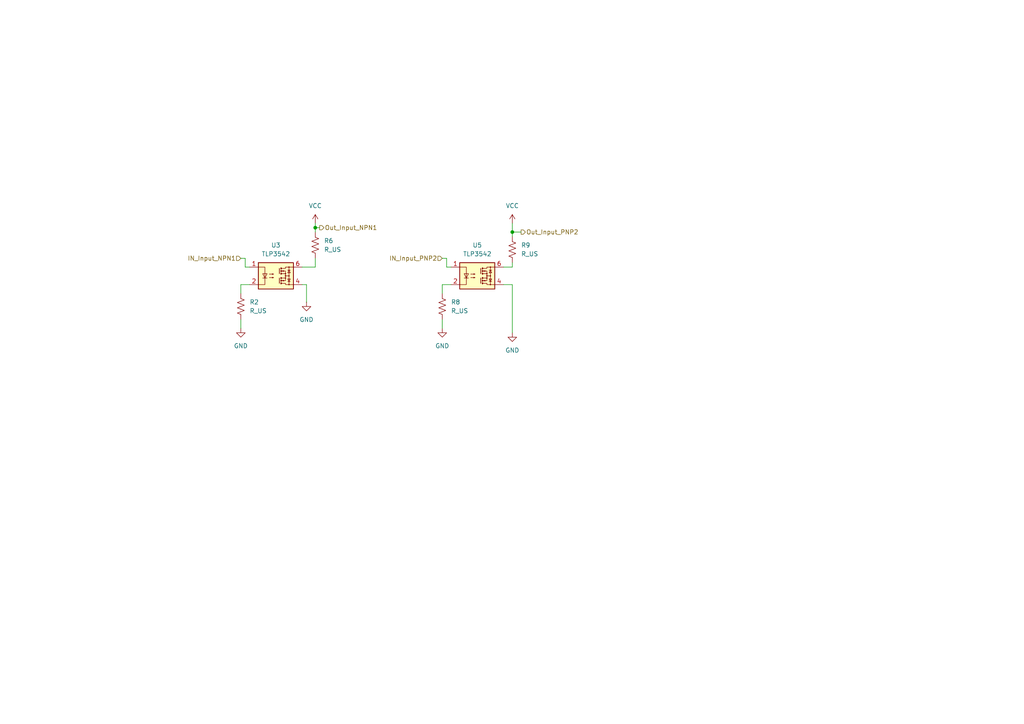
<source format=kicad_sch>
(kicad_sch
	(version 20231120)
	(generator "eeschema")
	(generator_version "8.0")
	(uuid "bb2dc4b7-d94f-44c4-99c4-95bd83d41661")
	(paper "A4")
	(lib_symbols
		(symbol "Device:R_US"
			(pin_numbers hide)
			(pin_names
				(offset 0)
			)
			(exclude_from_sim no)
			(in_bom yes)
			(on_board yes)
			(property "Reference" "R"
				(at 2.54 0 90)
				(effects
					(font
						(size 1.27 1.27)
					)
				)
			)
			(property "Value" "R_US"
				(at -2.54 0 90)
				(effects
					(font
						(size 1.27 1.27)
					)
				)
			)
			(property "Footprint" ""
				(at 1.016 -0.254 90)
				(effects
					(font
						(size 1.27 1.27)
					)
					(hide yes)
				)
			)
			(property "Datasheet" "~"
				(at 0 0 0)
				(effects
					(font
						(size 1.27 1.27)
					)
					(hide yes)
				)
			)
			(property "Description" "Resistor, US symbol"
				(at 0 0 0)
				(effects
					(font
						(size 1.27 1.27)
					)
					(hide yes)
				)
			)
			(property "ki_keywords" "R res resistor"
				(at 0 0 0)
				(effects
					(font
						(size 1.27 1.27)
					)
					(hide yes)
				)
			)
			(property "ki_fp_filters" "R_*"
				(at 0 0 0)
				(effects
					(font
						(size 1.27 1.27)
					)
					(hide yes)
				)
			)
			(symbol "R_US_0_1"
				(polyline
					(pts
						(xy 0 -2.286) (xy 0 -2.54)
					)
					(stroke
						(width 0)
						(type default)
					)
					(fill
						(type none)
					)
				)
				(polyline
					(pts
						(xy 0 2.286) (xy 0 2.54)
					)
					(stroke
						(width 0)
						(type default)
					)
					(fill
						(type none)
					)
				)
				(polyline
					(pts
						(xy 0 -0.762) (xy 1.016 -1.143) (xy 0 -1.524) (xy -1.016 -1.905) (xy 0 -2.286)
					)
					(stroke
						(width 0)
						(type default)
					)
					(fill
						(type none)
					)
				)
				(polyline
					(pts
						(xy 0 0.762) (xy 1.016 0.381) (xy 0 0) (xy -1.016 -0.381) (xy 0 -0.762)
					)
					(stroke
						(width 0)
						(type default)
					)
					(fill
						(type none)
					)
				)
				(polyline
					(pts
						(xy 0 2.286) (xy 1.016 1.905) (xy 0 1.524) (xy -1.016 1.143) (xy 0 0.762)
					)
					(stroke
						(width 0)
						(type default)
					)
					(fill
						(type none)
					)
				)
			)
			(symbol "R_US_1_1"
				(pin passive line
					(at 0 3.81 270)
					(length 1.27)
					(name "~"
						(effects
							(font
								(size 1.27 1.27)
							)
						)
					)
					(number "1"
						(effects
							(font
								(size 1.27 1.27)
							)
						)
					)
				)
				(pin passive line
					(at 0 -3.81 90)
					(length 1.27)
					(name "~"
						(effects
							(font
								(size 1.27 1.27)
							)
						)
					)
					(number "2"
						(effects
							(font
								(size 1.27 1.27)
							)
						)
					)
				)
			)
		)
		(symbol "Relay_SolidState:TLP3542"
			(exclude_from_sim no)
			(in_bom yes)
			(on_board yes)
			(property "Reference" "U"
				(at -3.81 5.08 0)
				(effects
					(font
						(size 1.27 1.27)
					)
				)
			)
			(property "Value" "TLP3542"
				(at -1.27 -5.08 0)
				(effects
					(font
						(size 1.27 1.27)
					)
				)
			)
			(property "Footprint" "Package_DIP:DIP-5-6_W7.62mm"
				(at 0 -7.62 0)
				(effects
					(font
						(size 1.27 1.27)
					)
					(hide yes)
				)
			)
			(property "Datasheet" "https://toshiba.semicon-storage.com/info/docget.jsp?did=1284&prodName=TLP3542"
				(at 0 0 0)
				(effects
					(font
						(size 1.27 1.27)
					)
					(hide yes)
				)
			)
			(property "Description" "Photo MOSFET optically coupled, ON 4A, 50mohm, OFF state 20V, Isolation 2500 VRMS, DIP-5-6"
				(at 0 0 0)
				(effects
					(font
						(size 1.27 1.27)
					)
					(hide yes)
				)
			)
			(property "ki_keywords" "photocouplers photorelay solidstate relay normally opened (1-Form-A)"
				(at 0 0 0)
				(effects
					(font
						(size 1.27 1.27)
					)
					(hide yes)
				)
			)
			(property "ki_fp_filters" "DIP*W7.62mm*"
				(at 0 0 0)
				(effects
					(font
						(size 1.27 1.27)
					)
					(hide yes)
				)
			)
			(symbol "TLP3542_0_1"
				(rectangle
					(start -5.08 3.81)
					(end 5.08 -3.81)
					(stroke
						(width 0.254)
						(type default)
					)
					(fill
						(type background)
					)
				)
				(polyline
					(pts
						(xy -3.81 -0.635) (xy -2.54 -0.635)
					)
					(stroke
						(width 0)
						(type default)
					)
					(fill
						(type none)
					)
				)
				(polyline
					(pts
						(xy 1.016 -0.635) (xy 1.016 -2.159)
					)
					(stroke
						(width 0.2032)
						(type default)
					)
					(fill
						(type none)
					)
				)
				(polyline
					(pts
						(xy 1.016 2.159) (xy 1.016 0.635)
					)
					(stroke
						(width 0.2032)
						(type default)
					)
					(fill
						(type none)
					)
				)
				(polyline
					(pts
						(xy 1.524 -0.508) (xy 1.524 -0.762)
					)
					(stroke
						(width 0.3556)
						(type default)
					)
					(fill
						(type none)
					)
				)
				(polyline
					(pts
						(xy 2.794 0) (xy 3.81 0)
					)
					(stroke
						(width 0)
						(type default)
					)
					(fill
						(type none)
					)
				)
				(polyline
					(pts
						(xy 3.429 -1.651) (xy 4.191 -1.651)
					)
					(stroke
						(width 0)
						(type default)
					)
					(fill
						(type none)
					)
				)
				(polyline
					(pts
						(xy 3.429 1.651) (xy 4.191 1.651)
					)
					(stroke
						(width 0)
						(type default)
					)
					(fill
						(type none)
					)
				)
				(polyline
					(pts
						(xy 3.81 -2.54) (xy 3.81 2.54)
					)
					(stroke
						(width 0)
						(type default)
					)
					(fill
						(type none)
					)
				)
				(polyline
					(pts
						(xy 1.524 -2.032) (xy 1.524 -2.286) (xy 1.524 -2.286)
					)
					(stroke
						(width 0.3556)
						(type default)
					)
					(fill
						(type none)
					)
				)
				(polyline
					(pts
						(xy 1.524 -1.27) (xy 1.524 -1.524) (xy 1.524 -1.524)
					)
					(stroke
						(width 0.3556)
						(type default)
					)
					(fill
						(type none)
					)
				)
				(polyline
					(pts
						(xy 1.524 0.762) (xy 1.524 0.508) (xy 1.524 0.508)
					)
					(stroke
						(width 0.3556)
						(type default)
					)
					(fill
						(type none)
					)
				)
				(polyline
					(pts
						(xy 1.524 1.524) (xy 1.524 1.27) (xy 1.524 1.27)
					)
					(stroke
						(width 0.3556)
						(type default)
					)
					(fill
						(type none)
					)
				)
				(polyline
					(pts
						(xy 1.524 2.286) (xy 1.524 2.032) (xy 1.524 2.032)
					)
					(stroke
						(width 0.3556)
						(type default)
					)
					(fill
						(type none)
					)
				)
				(polyline
					(pts
						(xy 1.651 -1.397) (xy 2.794 -1.397) (xy 2.794 -0.635)
					)
					(stroke
						(width 0)
						(type default)
					)
					(fill
						(type none)
					)
				)
				(polyline
					(pts
						(xy 1.651 1.397) (xy 2.794 1.397) (xy 2.794 0.635)
					)
					(stroke
						(width 0)
						(type default)
					)
					(fill
						(type none)
					)
				)
				(polyline
					(pts
						(xy -5.08 2.54) (xy -3.175 2.54) (xy -3.175 -2.54) (xy -5.08 -2.54)
					)
					(stroke
						(width 0)
						(type default)
					)
					(fill
						(type none)
					)
				)
				(polyline
					(pts
						(xy -3.175 -0.635) (xy -3.81 0.635) (xy -2.54 0.635) (xy -3.175 -0.635)
					)
					(stroke
						(width 0)
						(type default)
					)
					(fill
						(type none)
					)
				)
				(polyline
					(pts
						(xy 1.651 -2.159) (xy 2.794 -2.159) (xy 2.794 -2.54) (xy 5.08 -2.54)
					)
					(stroke
						(width 0)
						(type default)
					)
					(fill
						(type none)
					)
				)
				(polyline
					(pts
						(xy 1.651 -0.635) (xy 2.794 -0.635) (xy 2.794 0.635) (xy 1.651 0.635)
					)
					(stroke
						(width 0)
						(type default)
					)
					(fill
						(type none)
					)
				)
				(polyline
					(pts
						(xy 1.651 2.159) (xy 2.794 2.159) (xy 2.794 2.54) (xy 5.08 2.54)
					)
					(stroke
						(width 0)
						(type default)
					)
					(fill
						(type none)
					)
				)
				(polyline
					(pts
						(xy 1.778 -1.397) (xy 2.286 -1.27) (xy 2.286 -1.524) (xy 1.778 -1.397)
					)
					(stroke
						(width 0)
						(type default)
					)
					(fill
						(type none)
					)
				)
				(polyline
					(pts
						(xy 1.778 1.397) (xy 2.286 1.524) (xy 2.286 1.27) (xy 1.778 1.397)
					)
					(stroke
						(width 0)
						(type default)
					)
					(fill
						(type none)
					)
				)
				(polyline
					(pts
						(xy 3.81 -1.651) (xy 3.429 -0.889) (xy 4.191 -0.889) (xy 3.81 -1.651)
					)
					(stroke
						(width 0)
						(type default)
					)
					(fill
						(type none)
					)
				)
				(polyline
					(pts
						(xy 3.81 1.651) (xy 3.429 0.889) (xy 4.191 0.889) (xy 3.81 1.651)
					)
					(stroke
						(width 0)
						(type default)
					)
					(fill
						(type none)
					)
				)
				(polyline
					(pts
						(xy -1.905 -0.508) (xy -0.635 -0.508) (xy -1.016 -0.635) (xy -1.016 -0.381) (xy -0.635 -0.508)
					)
					(stroke
						(width 0)
						(type default)
					)
					(fill
						(type none)
					)
				)
				(polyline
					(pts
						(xy -1.905 0.508) (xy -0.635 0.508) (xy -1.016 0.381) (xy -1.016 0.635) (xy -0.635 0.508)
					)
					(stroke
						(width 0)
						(type default)
					)
					(fill
						(type none)
					)
				)
				(circle
					(center 2.794 -0.635)
					(radius 0.127)
					(stroke
						(width 0)
						(type default)
					)
					(fill
						(type none)
					)
				)
				(circle
					(center 2.794 0)
					(radius 0.127)
					(stroke
						(width 0)
						(type default)
					)
					(fill
						(type none)
					)
				)
				(circle
					(center 2.794 0.635)
					(radius 0.127)
					(stroke
						(width 0)
						(type default)
					)
					(fill
						(type none)
					)
				)
				(circle
					(center 3.81 -2.54)
					(radius 0.127)
					(stroke
						(width 0)
						(type default)
					)
					(fill
						(type none)
					)
				)
				(circle
					(center 3.81 0)
					(radius 0.127)
					(stroke
						(width 0)
						(type default)
					)
					(fill
						(type none)
					)
				)
				(circle
					(center 3.81 2.54)
					(radius 0.127)
					(stroke
						(width 0)
						(type default)
					)
					(fill
						(type none)
					)
				)
			)
			(symbol "TLP3542_1_1"
				(pin passive line
					(at -7.62 2.54 0)
					(length 2.54)
					(name "~"
						(effects
							(font
								(size 1.27 1.27)
							)
						)
					)
					(number "1"
						(effects
							(font
								(size 1.27 1.27)
							)
						)
					)
				)
				(pin passive line
					(at -7.62 -2.54 0)
					(length 2.54)
					(name "~"
						(effects
							(font
								(size 1.27 1.27)
							)
						)
					)
					(number "2"
						(effects
							(font
								(size 1.27 1.27)
							)
						)
					)
				)
				(pin no_connect line
					(at -5.08 0 0)
					(length 2.54) hide
					(name "~"
						(effects
							(font
								(size 1.27 1.27)
							)
						)
					)
					(number "3"
						(effects
							(font
								(size 1.27 1.27)
							)
						)
					)
				)
				(pin passive line
					(at 7.62 -2.54 180)
					(length 2.54)
					(name "~"
						(effects
							(font
								(size 1.27 1.27)
							)
						)
					)
					(number "4"
						(effects
							(font
								(size 1.27 1.27)
							)
						)
					)
				)
				(pin passive line
					(at 7.62 2.54 180)
					(length 2.54)
					(name "~"
						(effects
							(font
								(size 1.27 1.27)
							)
						)
					)
					(number "6"
						(effects
							(font
								(size 1.27 1.27)
							)
						)
					)
				)
			)
		)
		(symbol "power:GND"
			(power)
			(pin_numbers hide)
			(pin_names
				(offset 0) hide)
			(exclude_from_sim no)
			(in_bom yes)
			(on_board yes)
			(property "Reference" "#PWR"
				(at 0 -6.35 0)
				(effects
					(font
						(size 1.27 1.27)
					)
					(hide yes)
				)
			)
			(property "Value" "GND"
				(at 0 -3.81 0)
				(effects
					(font
						(size 1.27 1.27)
					)
				)
			)
			(property "Footprint" ""
				(at 0 0 0)
				(effects
					(font
						(size 1.27 1.27)
					)
					(hide yes)
				)
			)
			(property "Datasheet" ""
				(at 0 0 0)
				(effects
					(font
						(size 1.27 1.27)
					)
					(hide yes)
				)
			)
			(property "Description" "Power symbol creates a global label with name \"GND\" , ground"
				(at 0 0 0)
				(effects
					(font
						(size 1.27 1.27)
					)
					(hide yes)
				)
			)
			(property "ki_keywords" "global power"
				(at 0 0 0)
				(effects
					(font
						(size 1.27 1.27)
					)
					(hide yes)
				)
			)
			(symbol "GND_0_1"
				(polyline
					(pts
						(xy 0 0) (xy 0 -1.27) (xy 1.27 -1.27) (xy 0 -2.54) (xy -1.27 -1.27) (xy 0 -1.27)
					)
					(stroke
						(width 0)
						(type default)
					)
					(fill
						(type none)
					)
				)
			)
			(symbol "GND_1_1"
				(pin power_in line
					(at 0 0 270)
					(length 0)
					(name "~"
						(effects
							(font
								(size 1.27 1.27)
							)
						)
					)
					(number "1"
						(effects
							(font
								(size 1.27 1.27)
							)
						)
					)
				)
			)
		)
		(symbol "power:VCC"
			(power)
			(pin_numbers hide)
			(pin_names
				(offset 0) hide)
			(exclude_from_sim no)
			(in_bom yes)
			(on_board yes)
			(property "Reference" "#PWR"
				(at 0 -3.81 0)
				(effects
					(font
						(size 1.27 1.27)
					)
					(hide yes)
				)
			)
			(property "Value" "VCC"
				(at 0 3.556 0)
				(effects
					(font
						(size 1.27 1.27)
					)
				)
			)
			(property "Footprint" ""
				(at 0 0 0)
				(effects
					(font
						(size 1.27 1.27)
					)
					(hide yes)
				)
			)
			(property "Datasheet" ""
				(at 0 0 0)
				(effects
					(font
						(size 1.27 1.27)
					)
					(hide yes)
				)
			)
			(property "Description" "Power symbol creates a global label with name \"VCC\""
				(at 0 0 0)
				(effects
					(font
						(size 1.27 1.27)
					)
					(hide yes)
				)
			)
			(property "ki_keywords" "global power"
				(at 0 0 0)
				(effects
					(font
						(size 1.27 1.27)
					)
					(hide yes)
				)
			)
			(symbol "VCC_0_1"
				(polyline
					(pts
						(xy -0.762 1.27) (xy 0 2.54)
					)
					(stroke
						(width 0)
						(type default)
					)
					(fill
						(type none)
					)
				)
				(polyline
					(pts
						(xy 0 0) (xy 0 2.54)
					)
					(stroke
						(width 0)
						(type default)
					)
					(fill
						(type none)
					)
				)
				(polyline
					(pts
						(xy 0 2.54) (xy 0.762 1.27)
					)
					(stroke
						(width 0)
						(type default)
					)
					(fill
						(type none)
					)
				)
			)
			(symbol "VCC_1_1"
				(pin power_in line
					(at 0 0 90)
					(length 0)
					(name "~"
						(effects
							(font
								(size 1.27 1.27)
							)
						)
					)
					(number "1"
						(effects
							(font
								(size 1.27 1.27)
							)
						)
					)
				)
			)
		)
	)
	(junction
		(at 91.44 66.04)
		(diameter 0)
		(color 0 0 0 0)
		(uuid "be7f3d8e-6b67-4150-9ede-04c77fca692c")
	)
	(junction
		(at 148.59 67.31)
		(diameter 0)
		(color 0 0 0 0)
		(uuid "ce2bd740-d92f-4d54-96f8-0f89e0d90aff")
	)
	(wire
		(pts
			(xy 71.12 74.93) (xy 69.85 74.93)
		)
		(stroke
			(width 0)
			(type default)
		)
		(uuid "102758a7-27ff-4864-bd9f-4ae0a2c1cd49")
	)
	(wire
		(pts
			(xy 69.85 82.55) (xy 69.85 85.09)
		)
		(stroke
			(width 0)
			(type default)
		)
		(uuid "13185c5d-4b4d-49a2-b657-e2e73eacbe07")
	)
	(wire
		(pts
			(xy 71.12 77.47) (xy 72.39 77.47)
		)
		(stroke
			(width 0)
			(type default)
		)
		(uuid "16b10f1d-858b-47dc-91d7-55296b246a88")
	)
	(wire
		(pts
			(xy 151.13 67.31) (xy 148.59 67.31)
		)
		(stroke
			(width 0)
			(type default)
		)
		(uuid "1ff16976-a5ef-4ad4-b7d0-f014f7aa2042")
	)
	(wire
		(pts
			(xy 130.81 82.55) (xy 128.27 82.55)
		)
		(stroke
			(width 0)
			(type default)
		)
		(uuid "21874ff7-7395-4542-b312-6b76e4d82232")
	)
	(wire
		(pts
			(xy 129.54 77.47) (xy 129.54 74.93)
		)
		(stroke
			(width 0)
			(type default)
		)
		(uuid "32bc9635-8ede-4958-9aca-d9dba23cade2")
	)
	(wire
		(pts
			(xy 88.9 82.55) (xy 88.9 87.63)
		)
		(stroke
			(width 0)
			(type default)
		)
		(uuid "33f72687-848d-4ec0-a514-d95e4dc44f04")
	)
	(wire
		(pts
			(xy 148.59 67.31) (xy 148.59 68.58)
		)
		(stroke
			(width 0)
			(type default)
		)
		(uuid "4689ca71-e578-486a-8786-a38edc296048")
	)
	(wire
		(pts
			(xy 91.44 64.77) (xy 91.44 66.04)
		)
		(stroke
			(width 0)
			(type default)
		)
		(uuid "49441dfb-c895-4483-816f-de9ce25a25d3")
	)
	(wire
		(pts
			(xy 88.9 82.55) (xy 87.63 82.55)
		)
		(stroke
			(width 0)
			(type default)
		)
		(uuid "5153325c-7e32-43ce-838b-9698f184ee0a")
	)
	(wire
		(pts
			(xy 71.12 77.47) (xy 71.12 74.93)
		)
		(stroke
			(width 0)
			(type default)
		)
		(uuid "5550796b-1ea2-42ba-8a2c-25d1f5c61e8f")
	)
	(wire
		(pts
			(xy 146.05 77.47) (xy 148.59 77.47)
		)
		(stroke
			(width 0)
			(type default)
		)
		(uuid "5628000a-a1e5-4ad6-aa6c-fe60292272b8")
	)
	(wire
		(pts
			(xy 91.44 66.04) (xy 91.44 67.31)
		)
		(stroke
			(width 0)
			(type default)
		)
		(uuid "5bf6bf9f-03bd-4a10-b103-8beafaca12b6")
	)
	(wire
		(pts
			(xy 91.44 77.47) (xy 87.63 77.47)
		)
		(stroke
			(width 0)
			(type default)
		)
		(uuid "60a73ac9-d264-4b06-b2f3-bcb74e877340")
	)
	(wire
		(pts
			(xy 72.39 82.55) (xy 69.85 82.55)
		)
		(stroke
			(width 0)
			(type default)
		)
		(uuid "71a1c430-e320-49eb-8327-cc319a9379cb")
	)
	(wire
		(pts
			(xy 148.59 82.55) (xy 146.05 82.55)
		)
		(stroke
			(width 0)
			(type default)
		)
		(uuid "7bd0909e-f388-4e0c-beb5-f65796af69fc")
	)
	(wire
		(pts
			(xy 69.85 92.71) (xy 69.85 95.25)
		)
		(stroke
			(width 0)
			(type default)
		)
		(uuid "8f3e18f3-77f3-448f-a597-198e08f0e829")
	)
	(wire
		(pts
			(xy 128.27 82.55) (xy 128.27 85.09)
		)
		(stroke
			(width 0)
			(type default)
		)
		(uuid "9300817b-ee2d-4450-9113-4e883dbbc7ce")
	)
	(wire
		(pts
			(xy 148.59 64.77) (xy 148.59 67.31)
		)
		(stroke
			(width 0)
			(type default)
		)
		(uuid "b4e7392e-0f4d-4dc9-88f7-57ace92724f4")
	)
	(wire
		(pts
			(xy 128.27 92.71) (xy 128.27 95.25)
		)
		(stroke
			(width 0)
			(type default)
		)
		(uuid "ba818669-4d5a-460d-b7cc-7ab4f0f41504")
	)
	(wire
		(pts
			(xy 148.59 77.47) (xy 148.59 76.2)
		)
		(stroke
			(width 0)
			(type default)
		)
		(uuid "c96a21bd-ed95-4560-aca3-2f0d251b5b46")
	)
	(wire
		(pts
			(xy 148.59 82.55) (xy 148.59 96.52)
		)
		(stroke
			(width 0)
			(type default)
		)
		(uuid "cfb175c0-840a-4107-9435-9e2760f69c6f")
	)
	(wire
		(pts
			(xy 129.54 74.93) (xy 128.27 74.93)
		)
		(stroke
			(width 0)
			(type default)
		)
		(uuid "cfcaf1dc-8ffa-46fb-a4bf-de02375e78d3")
	)
	(wire
		(pts
			(xy 129.54 77.47) (xy 130.81 77.47)
		)
		(stroke
			(width 0)
			(type default)
		)
		(uuid "d1c311e3-f36c-4efe-a170-6a19ca055a9b")
	)
	(wire
		(pts
			(xy 91.44 74.93) (xy 91.44 77.47)
		)
		(stroke
			(width 0)
			(type default)
		)
		(uuid "e44cfa3e-ba58-4074-8891-372ec2c6c618")
	)
	(wire
		(pts
			(xy 91.44 66.04) (xy 92.71 66.04)
		)
		(stroke
			(width 0)
			(type default)
		)
		(uuid "f01572ec-f9e5-4b3d-8e4b-edd93faed5bf")
	)
	(hierarchical_label "IN_Input_NPN1"
		(shape input)
		(at 69.85 74.93 180)
		(fields_autoplaced yes)
		(effects
			(font
				(size 1.27 1.27)
			)
			(justify right)
		)
		(uuid "41f4fb3e-e292-4664-b9d0-b37ff94cfec6")
	)
	(hierarchical_label "Out_Input_NPN1"
		(shape output)
		(at 92.71 66.04 0)
		(fields_autoplaced yes)
		(effects
			(font
				(size 1.27 1.27)
			)
			(justify left)
		)
		(uuid "55b95fc3-1382-4b10-870c-c169f2ea215b")
	)
	(hierarchical_label "Out_Input_PNP2"
		(shape output)
		(at 151.13 67.31 0)
		(fields_autoplaced yes)
		(effects
			(font
				(size 1.27 1.27)
			)
			(justify left)
		)
		(uuid "891dca57-4614-4c93-8fd6-7a4c07b8eb1e")
	)
	(hierarchical_label "IN_Input_PNP2"
		(shape input)
		(at 128.27 74.93 180)
		(fields_autoplaced yes)
		(effects
			(font
				(size 1.27 1.27)
			)
			(justify right)
		)
		(uuid "fe4d4366-24c0-4fc1-b599-33eda9e9a404")
	)
	(symbol
		(lib_id "power:GND")
		(at 128.27 95.25 0)
		(unit 1)
		(exclude_from_sim no)
		(in_bom yes)
		(on_board yes)
		(dnp no)
		(fields_autoplaced yes)
		(uuid "2e877132-9c4c-421b-ba92-333bc23eda31")
		(property "Reference" "#PWR024"
			(at 128.27 101.6 0)
			(effects
				(font
					(size 1.27 1.27)
				)
				(hide yes)
			)
		)
		(property "Value" "GND"
			(at 128.27 100.33 0)
			(effects
				(font
					(size 1.27 1.27)
				)
			)
		)
		(property "Footprint" ""
			(at 128.27 95.25 0)
			(effects
				(font
					(size 1.27 1.27)
				)
				(hide yes)
			)
		)
		(property "Datasheet" ""
			(at 128.27 95.25 0)
			(effects
				(font
					(size 1.27 1.27)
				)
				(hide yes)
			)
		)
		(property "Description" "Power symbol creates a global label with name \"GND\" , ground"
			(at 128.27 95.25 0)
			(effects
				(font
					(size 1.27 1.27)
				)
				(hide yes)
			)
		)
		(pin "1"
			(uuid "8272a025-0c4e-47a8-a99f-eb671c4f55f1")
		)
		(instances
			(project "ZorionX-Nivara"
				(path "/ae5c9891-8291-492e-8a61-8ac340267b67/d47eca49-96e4-4138-8979-47bb60019f67/adb5ea1a-f543-41dd-85af-e4ecb7e623bb"
					(reference "#PWR024")
					(unit 1)
				)
			)
		)
	)
	(symbol
		(lib_id "power:VCC")
		(at 148.59 64.77 0)
		(unit 1)
		(exclude_from_sim no)
		(in_bom yes)
		(on_board yes)
		(dnp no)
		(fields_autoplaced yes)
		(uuid "5505b87f-c946-4e14-9406-1c5f25ebb3cd")
		(property "Reference" "#PWR035"
			(at 148.59 68.58 0)
			(effects
				(font
					(size 1.27 1.27)
				)
				(hide yes)
			)
		)
		(property "Value" "VCC"
			(at 148.59 59.69 0)
			(effects
				(font
					(size 1.27 1.27)
				)
			)
		)
		(property "Footprint" ""
			(at 148.59 64.77 0)
			(effects
				(font
					(size 1.27 1.27)
				)
				(hide yes)
			)
		)
		(property "Datasheet" ""
			(at 148.59 64.77 0)
			(effects
				(font
					(size 1.27 1.27)
				)
				(hide yes)
			)
		)
		(property "Description" "Power symbol creates a global label with name \"VCC\""
			(at 148.59 64.77 0)
			(effects
				(font
					(size 1.27 1.27)
				)
				(hide yes)
			)
		)
		(pin "1"
			(uuid "d8806ce4-4172-4f4a-8765-a2399120f08e")
		)
		(instances
			(project "ZorionX-Nivara"
				(path "/ae5c9891-8291-492e-8a61-8ac340267b67/d47eca49-96e4-4138-8979-47bb60019f67/adb5ea1a-f543-41dd-85af-e4ecb7e623bb"
					(reference "#PWR035")
					(unit 1)
				)
			)
		)
	)
	(symbol
		(lib_id "Relay_SolidState:TLP3542")
		(at 80.01 80.01 0)
		(unit 1)
		(exclude_from_sim no)
		(in_bom yes)
		(on_board yes)
		(dnp no)
		(fields_autoplaced yes)
		(uuid "7978373c-a378-4ec7-94aa-4625240f0bd8")
		(property "Reference" "U3"
			(at 80.01 71.12 0)
			(effects
				(font
					(size 1.27 1.27)
				)
			)
		)
		(property "Value" "TLP3542"
			(at 80.01 73.66 0)
			(effects
				(font
					(size 1.27 1.27)
				)
			)
		)
		(property "Footprint" "Package_SO:SOP-4_3.8x4.1mm_P2.54mm"
			(at 80.01 87.63 0)
			(effects
				(font
					(size 1.27 1.27)
				)
				(hide yes)
			)
		)
		(property "Datasheet" "https://toshiba.semicon-storage.com/info/docget.jsp?did=1284&prodName=TLP3542"
			(at 80.01 80.01 0)
			(effects
				(font
					(size 1.27 1.27)
				)
				(hide yes)
			)
		)
		(property "Description" "Photo MOSFET optically coupled, ON 4A, 50mohm, OFF state 20V, Isolation 2500 VRMS, DIP-5-6"
			(at 80.01 80.01 0)
			(effects
				(font
					(size 1.27 1.27)
				)
				(hide yes)
			)
		)
		(pin "3"
			(uuid "699f43bf-5381-4988-b49b-8a9aadf6094b")
		)
		(pin "2"
			(uuid "e915b237-a1a7-41de-991c-491482f7a9b3")
		)
		(pin "4"
			(uuid "5c643b8f-ae12-4842-ac8b-00d5cf66e5cb")
		)
		(pin "6"
			(uuid "e7cb8835-647d-47ae-8b40-cb83f87003fc")
		)
		(pin "1"
			(uuid "279d0d88-baba-4a75-a07b-e57e37ea4036")
		)
		(instances
			(project "ZorionX-Nivara"
				(path "/ae5c9891-8291-492e-8a61-8ac340267b67/d47eca49-96e4-4138-8979-47bb60019f67/adb5ea1a-f543-41dd-85af-e4ecb7e623bb"
					(reference "U3")
					(unit 1)
				)
			)
		)
	)
	(symbol
		(lib_id "Device:R_US")
		(at 91.44 71.12 0)
		(unit 1)
		(exclude_from_sim no)
		(in_bom yes)
		(on_board yes)
		(dnp no)
		(fields_autoplaced yes)
		(uuid "7bc751a6-95d5-4bee-8f6f-57f36e6535a0")
		(property "Reference" "R6"
			(at 93.98 69.8499 0)
			(effects
				(font
					(size 1.27 1.27)
				)
				(justify left)
			)
		)
		(property "Value" "R_US"
			(at 93.98 72.3899 0)
			(effects
				(font
					(size 1.27 1.27)
				)
				(justify left)
			)
		)
		(property "Footprint" "Resistor_SMD:R_0603_1608Metric"
			(at 92.456 71.374 90)
			(effects
				(font
					(size 1.27 1.27)
				)
				(hide yes)
			)
		)
		(property "Datasheet" "~"
			(at 91.44 71.12 0)
			(effects
				(font
					(size 1.27 1.27)
				)
				(hide yes)
			)
		)
		(property "Description" "Resistor, US symbol"
			(at 91.44 71.12 0)
			(effects
				(font
					(size 1.27 1.27)
				)
				(hide yes)
			)
		)
		(pin "2"
			(uuid "f91920f6-741e-485c-8fff-8e2ecda26b29")
		)
		(pin "1"
			(uuid "37c5aaa0-2997-41f0-98e9-76613d5766d8")
		)
		(instances
			(project "ZorionX-Nivara"
				(path "/ae5c9891-8291-492e-8a61-8ac340267b67/d47eca49-96e4-4138-8979-47bb60019f67/adb5ea1a-f543-41dd-85af-e4ecb7e623bb"
					(reference "R6")
					(unit 1)
				)
			)
		)
	)
	(symbol
		(lib_id "Device:R_US")
		(at 128.27 88.9 0)
		(unit 1)
		(exclude_from_sim no)
		(in_bom yes)
		(on_board yes)
		(dnp no)
		(fields_autoplaced yes)
		(uuid "9ee94c7f-0a2c-4169-9567-6d869f51bc68")
		(property "Reference" "R8"
			(at 130.81 87.6299 0)
			(effects
				(font
					(size 1.27 1.27)
				)
				(justify left)
			)
		)
		(property "Value" "R_US"
			(at 130.81 90.1699 0)
			(effects
				(font
					(size 1.27 1.27)
				)
				(justify left)
			)
		)
		(property "Footprint" "Resistor_SMD:R_0603_1608Metric"
			(at 129.286 89.154 90)
			(effects
				(font
					(size 1.27 1.27)
				)
				(hide yes)
			)
		)
		(property "Datasheet" "~"
			(at 128.27 88.9 0)
			(effects
				(font
					(size 1.27 1.27)
				)
				(hide yes)
			)
		)
		(property "Description" "Resistor, US symbol"
			(at 128.27 88.9 0)
			(effects
				(font
					(size 1.27 1.27)
				)
				(hide yes)
			)
		)
		(pin "2"
			(uuid "5737b8ee-c563-486d-96f8-adcb24356f4c")
		)
		(pin "1"
			(uuid "37e423dc-8979-4d8e-a8f1-fec32deec21f")
		)
		(instances
			(project "ZorionX-Nivara"
				(path "/ae5c9891-8291-492e-8a61-8ac340267b67/d47eca49-96e4-4138-8979-47bb60019f67/adb5ea1a-f543-41dd-85af-e4ecb7e623bb"
					(reference "R8")
					(unit 1)
				)
			)
		)
	)
	(symbol
		(lib_id "power:GND")
		(at 148.59 96.52 0)
		(unit 1)
		(exclude_from_sim no)
		(in_bom yes)
		(on_board yes)
		(dnp no)
		(fields_autoplaced yes)
		(uuid "bc83b2a4-09d8-4494-88a9-c7ad20befa84")
		(property "Reference" "#PWR034"
			(at 148.59 102.87 0)
			(effects
				(font
					(size 1.27 1.27)
				)
				(hide yes)
			)
		)
		(property "Value" "GND"
			(at 148.59 101.6 0)
			(effects
				(font
					(size 1.27 1.27)
				)
			)
		)
		(property "Footprint" ""
			(at 148.59 96.52 0)
			(effects
				(font
					(size 1.27 1.27)
				)
				(hide yes)
			)
		)
		(property "Datasheet" ""
			(at 148.59 96.52 0)
			(effects
				(font
					(size 1.27 1.27)
				)
				(hide yes)
			)
		)
		(property "Description" "Power symbol creates a global label with name \"GND\" , ground"
			(at 148.59 96.52 0)
			(effects
				(font
					(size 1.27 1.27)
				)
				(hide yes)
			)
		)
		(pin "1"
			(uuid "4613f01d-00e8-45b2-95db-b7948e5e86eb")
		)
		(instances
			(project "ZorionX-Nivara"
				(path "/ae5c9891-8291-492e-8a61-8ac340267b67/d47eca49-96e4-4138-8979-47bb60019f67/adb5ea1a-f543-41dd-85af-e4ecb7e623bb"
					(reference "#PWR034")
					(unit 1)
				)
			)
		)
	)
	(symbol
		(lib_id "power:VCC")
		(at 91.44 64.77 0)
		(unit 1)
		(exclude_from_sim no)
		(in_bom yes)
		(on_board yes)
		(dnp no)
		(fields_autoplaced yes)
		(uuid "c550c9d5-bf50-4711-866f-3d17ac95050f")
		(property "Reference" "#PWR022"
			(at 91.44 68.58 0)
			(effects
				(font
					(size 1.27 1.27)
				)
				(hide yes)
			)
		)
		(property "Value" "VCC"
			(at 91.44 59.69 0)
			(effects
				(font
					(size 1.27 1.27)
				)
			)
		)
		(property "Footprint" ""
			(at 91.44 64.77 0)
			(effects
				(font
					(size 1.27 1.27)
				)
				(hide yes)
			)
		)
		(property "Datasheet" ""
			(at 91.44 64.77 0)
			(effects
				(font
					(size 1.27 1.27)
				)
				(hide yes)
			)
		)
		(property "Description" "Power symbol creates a global label with name \"VCC\""
			(at 91.44 64.77 0)
			(effects
				(font
					(size 1.27 1.27)
				)
				(hide yes)
			)
		)
		(pin "1"
			(uuid "85760fd9-4ab3-42db-923a-6af010b4ee28")
		)
		(instances
			(project "ZorionX-Nivara"
				(path "/ae5c9891-8291-492e-8a61-8ac340267b67/d47eca49-96e4-4138-8979-47bb60019f67/adb5ea1a-f543-41dd-85af-e4ecb7e623bb"
					(reference "#PWR022")
					(unit 1)
				)
			)
		)
	)
	(symbol
		(lib_id "Device:R_US")
		(at 69.85 88.9 0)
		(unit 1)
		(exclude_from_sim no)
		(in_bom yes)
		(on_board yes)
		(dnp no)
		(fields_autoplaced yes)
		(uuid "d4487542-695c-4067-8ef2-03579a2e2d5f")
		(property "Reference" "R2"
			(at 72.39 87.6299 0)
			(effects
				(font
					(size 1.27 1.27)
				)
				(justify left)
			)
		)
		(property "Value" "R_US"
			(at 72.39 90.1699 0)
			(effects
				(font
					(size 1.27 1.27)
				)
				(justify left)
			)
		)
		(property "Footprint" "Resistor_SMD:R_0603_1608Metric"
			(at 70.866 89.154 90)
			(effects
				(font
					(size 1.27 1.27)
				)
				(hide yes)
			)
		)
		(property "Datasheet" "~"
			(at 69.85 88.9 0)
			(effects
				(font
					(size 1.27 1.27)
				)
				(hide yes)
			)
		)
		(property "Description" "Resistor, US symbol"
			(at 69.85 88.9 0)
			(effects
				(font
					(size 1.27 1.27)
				)
				(hide yes)
			)
		)
		(pin "2"
			(uuid "0c7d35d0-9204-4650-b3a5-56a98bab540a")
		)
		(pin "1"
			(uuid "c72cd9e9-bb05-4a34-8bd1-d7854a529d1a")
		)
		(instances
			(project "ZorionX-Nivara"
				(path "/ae5c9891-8291-492e-8a61-8ac340267b67/d47eca49-96e4-4138-8979-47bb60019f67/adb5ea1a-f543-41dd-85af-e4ecb7e623bb"
					(reference "R2")
					(unit 1)
				)
			)
		)
	)
	(symbol
		(lib_id "power:GND")
		(at 88.9 87.63 0)
		(unit 1)
		(exclude_from_sim no)
		(in_bom yes)
		(on_board yes)
		(dnp no)
		(fields_autoplaced yes)
		(uuid "efda1be3-243a-4857-a323-4c00a64414e6")
		(property "Reference" "#PWR020"
			(at 88.9 93.98 0)
			(effects
				(font
					(size 1.27 1.27)
				)
				(hide yes)
			)
		)
		(property "Value" "GND"
			(at 88.9 92.71 0)
			(effects
				(font
					(size 1.27 1.27)
				)
			)
		)
		(property "Footprint" ""
			(at 88.9 87.63 0)
			(effects
				(font
					(size 1.27 1.27)
				)
				(hide yes)
			)
		)
		(property "Datasheet" ""
			(at 88.9 87.63 0)
			(effects
				(font
					(size 1.27 1.27)
				)
				(hide yes)
			)
		)
		(property "Description" "Power symbol creates a global label with name \"GND\" , ground"
			(at 88.9 87.63 0)
			(effects
				(font
					(size 1.27 1.27)
				)
				(hide yes)
			)
		)
		(pin "1"
			(uuid "e758a234-634f-4c80-9ab6-d9e56977d3b0")
		)
		(instances
			(project "ZorionX-Nivara"
				(path "/ae5c9891-8291-492e-8a61-8ac340267b67/d47eca49-96e4-4138-8979-47bb60019f67/adb5ea1a-f543-41dd-85af-e4ecb7e623bb"
					(reference "#PWR020")
					(unit 1)
				)
			)
		)
	)
	(symbol
		(lib_id "power:GND")
		(at 69.85 95.25 0)
		(unit 1)
		(exclude_from_sim no)
		(in_bom yes)
		(on_board yes)
		(dnp no)
		(fields_autoplaced yes)
		(uuid "f0ec4c86-dbd6-4ca1-bfaa-80d48eca512a")
		(property "Reference" "#PWR018"
			(at 69.85 101.6 0)
			(effects
				(font
					(size 1.27 1.27)
				)
				(hide yes)
			)
		)
		(property "Value" "GND"
			(at 69.85 100.33 0)
			(effects
				(font
					(size 1.27 1.27)
				)
			)
		)
		(property "Footprint" ""
			(at 69.85 95.25 0)
			(effects
				(font
					(size 1.27 1.27)
				)
				(hide yes)
			)
		)
		(property "Datasheet" ""
			(at 69.85 95.25 0)
			(effects
				(font
					(size 1.27 1.27)
				)
				(hide yes)
			)
		)
		(property "Description" "Power symbol creates a global label with name \"GND\" , ground"
			(at 69.85 95.25 0)
			(effects
				(font
					(size 1.27 1.27)
				)
				(hide yes)
			)
		)
		(pin "1"
			(uuid "3d1a6e65-5c90-443a-94d0-e7fdd8a5339d")
		)
		(instances
			(project "ZorionX-Nivara"
				(path "/ae5c9891-8291-492e-8a61-8ac340267b67/d47eca49-96e4-4138-8979-47bb60019f67/adb5ea1a-f543-41dd-85af-e4ecb7e623bb"
					(reference "#PWR018")
					(unit 1)
				)
			)
		)
	)
	(symbol
		(lib_id "Relay_SolidState:TLP3542")
		(at 138.43 80.01 0)
		(unit 1)
		(exclude_from_sim no)
		(in_bom yes)
		(on_board yes)
		(dnp no)
		(fields_autoplaced yes)
		(uuid "f7429ccf-8c21-41cb-b795-d72fc1678764")
		(property "Reference" "U5"
			(at 138.43 71.12 0)
			(effects
				(font
					(size 1.27 1.27)
				)
			)
		)
		(property "Value" "TLP3542"
			(at 138.43 73.66 0)
			(effects
				(font
					(size 1.27 1.27)
				)
			)
		)
		(property "Footprint" "Package_SO:SOP-4_3.8x4.1mm_P2.54mm"
			(at 138.43 87.63 0)
			(effects
				(font
					(size 1.27 1.27)
				)
				(hide yes)
			)
		)
		(property "Datasheet" "https://toshiba.semicon-storage.com/info/docget.jsp?did=1284&prodName=TLP3542"
			(at 138.43 80.01 0)
			(effects
				(font
					(size 1.27 1.27)
				)
				(hide yes)
			)
		)
		(property "Description" "Photo MOSFET optically coupled, ON 4A, 50mohm, OFF state 20V, Isolation 2500 VRMS, DIP-5-6"
			(at 138.43 80.01 0)
			(effects
				(font
					(size 1.27 1.27)
				)
				(hide yes)
			)
		)
		(pin "3"
			(uuid "31deaf28-ac76-4159-a095-d27a3f581779")
		)
		(pin "2"
			(uuid "6240848f-ab78-40b0-a825-b4779909c36a")
		)
		(pin "4"
			(uuid "848e11ce-ae22-4663-a647-2954af26f6fc")
		)
		(pin "6"
			(uuid "1343a109-47fe-43ca-ae8f-4ad7b8b52118")
		)
		(pin "1"
			(uuid "ede16bc9-e9bd-40ac-a16b-4d5c9bfcb177")
		)
		(instances
			(project "ZorionX-Nivara"
				(path "/ae5c9891-8291-492e-8a61-8ac340267b67/d47eca49-96e4-4138-8979-47bb60019f67/adb5ea1a-f543-41dd-85af-e4ecb7e623bb"
					(reference "U5")
					(unit 1)
				)
			)
		)
	)
	(symbol
		(lib_id "Device:R_US")
		(at 148.59 72.39 0)
		(unit 1)
		(exclude_from_sim no)
		(in_bom yes)
		(on_board yes)
		(dnp no)
		(fields_autoplaced yes)
		(uuid "fdad41b5-c22e-407b-a53d-ba6ee19a8d8f")
		(property "Reference" "R9"
			(at 151.13 71.1199 0)
			(effects
				(font
					(size 1.27 1.27)
				)
				(justify left)
			)
		)
		(property "Value" "R_US"
			(at 151.13 73.6599 0)
			(effects
				(font
					(size 1.27 1.27)
				)
				(justify left)
			)
		)
		(property "Footprint" "Resistor_SMD:R_0603_1608Metric"
			(at 149.606 72.644 90)
			(effects
				(font
					(size 1.27 1.27)
				)
				(hide yes)
			)
		)
		(property "Datasheet" "~"
			(at 148.59 72.39 0)
			(effects
				(font
					(size 1.27 1.27)
				)
				(hide yes)
			)
		)
		(property "Description" "Resistor, US symbol"
			(at 148.59 72.39 0)
			(effects
				(font
					(size 1.27 1.27)
				)
				(hide yes)
			)
		)
		(pin "2"
			(uuid "bc4dd379-ea53-46c1-b329-dcd4d4358df1")
		)
		(pin "1"
			(uuid "c217fcfb-df76-4f3d-b9d6-5047c2daa6ce")
		)
		(instances
			(project "ZorionX-Nivara"
				(path "/ae5c9891-8291-492e-8a61-8ac340267b67/d47eca49-96e4-4138-8979-47bb60019f67/adb5ea1a-f543-41dd-85af-e4ecb7e623bb"
					(reference "R9")
					(unit 1)
				)
			)
		)
	)
)
</source>
